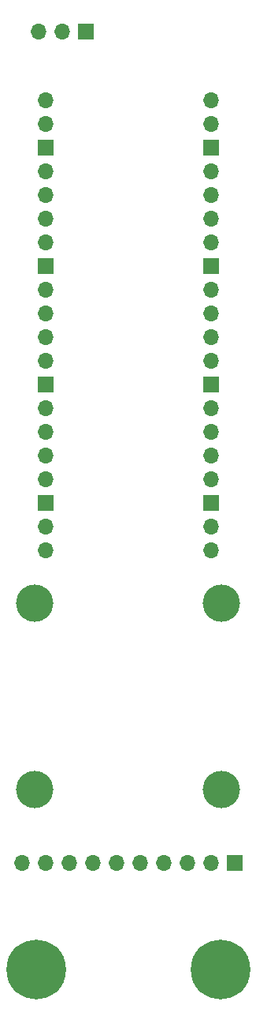
<source format=gbr>
%TF.GenerationSoftware,KiCad,Pcbnew,7.0.8*%
%TF.CreationDate,2024-06-20T15:13:37-04:00*%
%TF.ProjectId,P2,50322e6b-6963-4616-945f-706362585858,rev?*%
%TF.SameCoordinates,Original*%
%TF.FileFunction,Soldermask,Bot*%
%TF.FilePolarity,Negative*%
%FSLAX46Y46*%
G04 Gerber Fmt 4.6, Leading zero omitted, Abs format (unit mm)*
G04 Created by KiCad (PCBNEW 7.0.8) date 2024-06-20 15:13:37*
%MOMM*%
%LPD*%
G01*
G04 APERTURE LIST*
%ADD10C,0.800000*%
%ADD11C,6.400000*%
%ADD12R,1.700000X1.700000*%
%ADD13O,1.700000X1.700000*%
%ADD14C,4.000000*%
G04 APERTURE END LIST*
D10*
%TO.C,H6*%
X159766000Y-132982000D03*
X161463056Y-137079056D03*
X161463056Y-133684944D03*
X162166000Y-135382000D03*
D11*
X159766000Y-135382000D03*
D10*
X159766000Y-137782000D03*
X158068944Y-133684944D03*
X158068944Y-137079056D03*
X157366000Y-135382000D03*
%TD*%
%TO.C,H5*%
X139954000Y-132982000D03*
X141651056Y-137079056D03*
X141651056Y-133684944D03*
X142354000Y-135382000D03*
D11*
X139954000Y-135382000D03*
D10*
X139954000Y-137782000D03*
X138256944Y-133684944D03*
X138256944Y-137079056D03*
X137554000Y-135382000D03*
%TD*%
D12*
%TO.C,MPU-9250-Breakout1*%
X161290000Y-123952000D03*
D13*
X158750000Y-123952000D03*
X156210000Y-123952000D03*
X153670000Y-123952000D03*
X151130000Y-123952000D03*
X148590000Y-123952000D03*
X146050000Y-123952000D03*
X143510000Y-123952000D03*
X140970000Y-123952000D03*
X138430000Y-123952000D03*
%TD*%
%TO.C,U1*%
X140970000Y-42164000D03*
X140970000Y-44704000D03*
D12*
X140970000Y-47244000D03*
D13*
X140970000Y-49784000D03*
X140970000Y-52324000D03*
X140970000Y-54864000D03*
X140970000Y-57404000D03*
D12*
X140970000Y-59944000D03*
D13*
X140970000Y-62484000D03*
X140970000Y-65024000D03*
X140970000Y-67564000D03*
X140970000Y-70104000D03*
D12*
X140970000Y-72644000D03*
D13*
X140970000Y-75184000D03*
X140970000Y-77724000D03*
X140970000Y-80264000D03*
X140970000Y-82804000D03*
D12*
X140970000Y-85344000D03*
D13*
X140970000Y-87884000D03*
X140970000Y-90424000D03*
X158750000Y-90424000D03*
X158750000Y-87884000D03*
D12*
X158750000Y-85344000D03*
D13*
X158750000Y-82804000D03*
X158750000Y-80264000D03*
X158750000Y-77724000D03*
X158750000Y-75184000D03*
D12*
X158750000Y-72644000D03*
D13*
X158750000Y-70104000D03*
X158750000Y-67564000D03*
X158750000Y-65024000D03*
X158750000Y-62484000D03*
D12*
X158750000Y-59944000D03*
D13*
X158750000Y-57404000D03*
X158750000Y-54864000D03*
X158750000Y-52324000D03*
X158750000Y-49784000D03*
D12*
X158750000Y-47244000D03*
D13*
X158750000Y-44704000D03*
X158750000Y-42164000D03*
%TD*%
D14*
%TO.C,H3*%
X159860000Y-116040000D03*
%TD*%
%TO.C,H4*%
X139860000Y-116040000D03*
%TD*%
D12*
%TO.C,UART0*%
X145288000Y-34798000D03*
D13*
X142748000Y-34798000D03*
X140208000Y-34798000D03*
%TD*%
D14*
%TO.C,H1*%
X159860000Y-96040000D03*
%TD*%
%TO.C,H2*%
X139860000Y-96040000D03*
%TD*%
M02*

</source>
